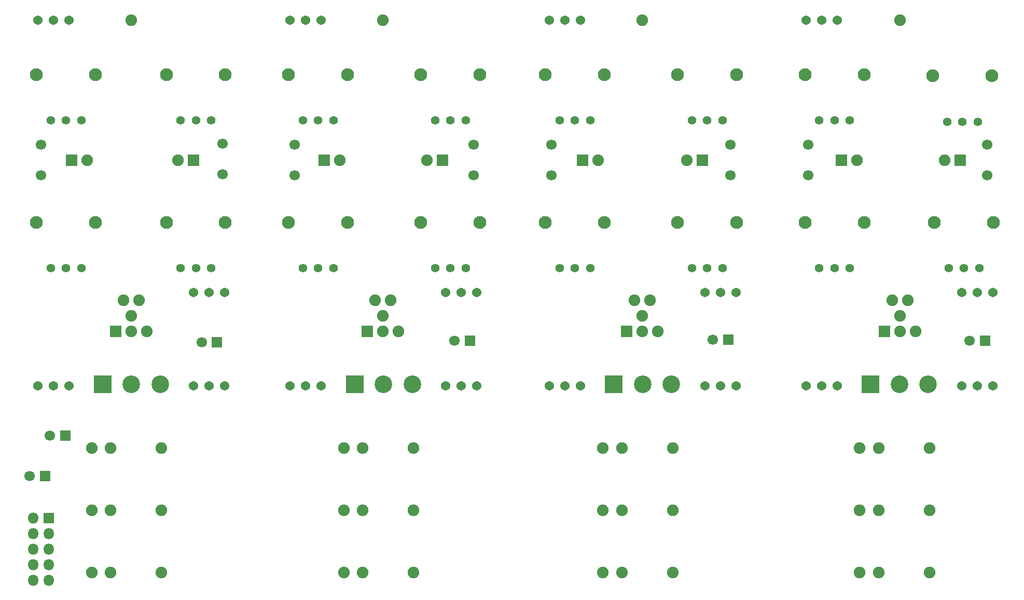
<source format=gts>
G04 #@! TF.GenerationSoftware,KiCad,Pcbnew,(5.1.6-0-10_14)*
G04 #@! TF.CreationDate,2022-03-15T09:33:00+00:00*
G04 #@! TF.ProjectId,Quad Tube VCA,51756164-2054-4756-9265-205643412e6b,rev?*
G04 #@! TF.SameCoordinates,Original*
G04 #@! TF.FileFunction,Soldermask,Top*
G04 #@! TF.FilePolarity,Negative*
%FSLAX46Y46*%
G04 Gerber Fmt 4.6, Leading zero omitted, Abs format (unit mm)*
G04 Created by KiCad (PCBNEW (5.1.6-0-10_14)) date 2022-03-15 09:33:00*
%MOMM*%
%LPD*%
G01*
G04 APERTURE LIST*
%ADD10C,2.875000*%
%ADD11R,2.875000X2.875000*%
%ADD12C,1.700000*%
%ADD13R,1.700000X1.700000*%
%ADD14C,1.900000*%
%ADD15R,1.900000X1.900000*%
%ADD16C,1.400000*%
%ADD17C,2.100000*%
%ADD18C,1.540000*%
%ADD19O,1.800000X1.800000*%
%ADD20R,1.800000X1.800000*%
G04 APERTURE END LIST*
D10*
X89790000Y-107702500D03*
X85090000Y-107702500D03*
D11*
X80390000Y-107702500D03*
D10*
X130938000Y-107702500D03*
X126238000Y-107702500D03*
D11*
X121538000Y-107702500D03*
D10*
X173229000Y-107702500D03*
X168529000Y-107702500D03*
D11*
X163829000Y-107702500D03*
D10*
X215139000Y-107702500D03*
X210439000Y-107702500D03*
D11*
X205739000Y-107702500D03*
D12*
X221909000Y-100584000D03*
D13*
X224409000Y-100584000D03*
D12*
X179999000Y-100457000D03*
D13*
X182499000Y-100457000D03*
D12*
X137835000Y-100584000D03*
D13*
X140335000Y-100584000D03*
D12*
X96560000Y-100838000D03*
D13*
X99060000Y-100838000D03*
D12*
X68493000Y-122682000D03*
D13*
X70993000Y-122682000D03*
D12*
X71795000Y-116078000D03*
D13*
X74295000Y-116078000D03*
D14*
X126153333Y-48260000D03*
X126153333Y-96520000D03*
X124883333Y-93980000D03*
X127423333Y-93980000D03*
X128693333Y-99060000D03*
X126153333Y-99060000D03*
D15*
X123613333Y-99060000D03*
D14*
X85090000Y-48260000D03*
X85090000Y-96520000D03*
X83820000Y-93980000D03*
X86360000Y-93980000D03*
X87630000Y-99060000D03*
X85090000Y-99060000D03*
D15*
X82550000Y-99060000D03*
D14*
X210550000Y-48260000D03*
X210550000Y-96520000D03*
X209280000Y-93980000D03*
X211820000Y-93980000D03*
X213090000Y-99060000D03*
X210550000Y-99060000D03*
D15*
X208010000Y-99060000D03*
D14*
X168486666Y-48260000D03*
X168486666Y-96520000D03*
X167216666Y-93980000D03*
X169756666Y-93980000D03*
X171026666Y-99060000D03*
X168486666Y-99060000D03*
D15*
X165946666Y-99060000D03*
D16*
X197380000Y-64650000D03*
X199880000Y-64650000D03*
X202380000Y-64650000D03*
D17*
X195080000Y-57150000D03*
X204680000Y-57150000D03*
D16*
X154980000Y-64650000D03*
X157480000Y-64650000D03*
X159980000Y-64650000D03*
D17*
X152680000Y-57150000D03*
X162280000Y-57150000D03*
D16*
X113070000Y-64650000D03*
X115570000Y-64650000D03*
X118070000Y-64650000D03*
D17*
X110770000Y-57150000D03*
X120370000Y-57150000D03*
D16*
X71922000Y-64650000D03*
X74422000Y-64650000D03*
X76922000Y-64650000D03*
D17*
X69622000Y-57150000D03*
X79222000Y-57150000D03*
D16*
X197380000Y-88780000D03*
X199880000Y-88780000D03*
X202380000Y-88780000D03*
D17*
X195080000Y-81280000D03*
X204680000Y-81280000D03*
D16*
X154980000Y-88780000D03*
X157480000Y-88780000D03*
X159980000Y-88780000D03*
D17*
X152680000Y-81280000D03*
X162280000Y-81280000D03*
D16*
X113070000Y-88780000D03*
X115570000Y-88780000D03*
X118070000Y-88780000D03*
D17*
X110770000Y-81280000D03*
X120370000Y-81280000D03*
D16*
X71922000Y-88780000D03*
X74422000Y-88780000D03*
X76922000Y-88780000D03*
D17*
X69622000Y-81280000D03*
X79222000Y-81280000D03*
D16*
X218226000Y-64840500D03*
X220726000Y-64840500D03*
X223226000Y-64840500D03*
D17*
X215926000Y-57340500D03*
X225526000Y-57340500D03*
D16*
X176570000Y-64650000D03*
X179070000Y-64650000D03*
X181570000Y-64650000D03*
D17*
X174270000Y-57150000D03*
X183870000Y-57150000D03*
D16*
X134660000Y-64650000D03*
X137160000Y-64650000D03*
X139660000Y-64650000D03*
D17*
X132360000Y-57150000D03*
X141960000Y-57150000D03*
D16*
X93131000Y-64650000D03*
X95631000Y-64650000D03*
X98131000Y-64650000D03*
D17*
X90831000Y-57150000D03*
X100431000Y-57150000D03*
D16*
X218480000Y-88780000D03*
X220980000Y-88780000D03*
X223480000Y-88780000D03*
D17*
X216180000Y-81280000D03*
X225780000Y-81280000D03*
D16*
X176570000Y-88780000D03*
X179070000Y-88780000D03*
X181570000Y-88780000D03*
D17*
X174270000Y-81280000D03*
X183870000Y-81280000D03*
D16*
X134660000Y-88780000D03*
X137160000Y-88780000D03*
X139660000Y-88780000D03*
D17*
X132360000Y-81280000D03*
X141960000Y-81280000D03*
D16*
X93131000Y-88780000D03*
X95631000Y-88780000D03*
X98131000Y-88780000D03*
D17*
X90831000Y-81280000D03*
X100431000Y-81280000D03*
D14*
X215389000Y-138430000D03*
X203989000Y-138430000D03*
X207089000Y-138430000D03*
X173449000Y-138430000D03*
X162049000Y-138430000D03*
X165149000Y-138430000D03*
X131158000Y-138430000D03*
X119758000Y-138430000D03*
X122858000Y-138430000D03*
X90010000Y-138430000D03*
X78610000Y-138430000D03*
X81710000Y-138430000D03*
X215389000Y-118110000D03*
X203989000Y-118110000D03*
X207089000Y-118110000D03*
X173449000Y-118110000D03*
X162049000Y-118110000D03*
X165149000Y-118110000D03*
X131158000Y-118110000D03*
X119758000Y-118110000D03*
X122858000Y-118110000D03*
X90010000Y-118110000D03*
X78610000Y-118110000D03*
X81710000Y-118110000D03*
X215389000Y-128270000D03*
X203989000Y-128270000D03*
X207089000Y-128270000D03*
X173449000Y-128270000D03*
X162049000Y-128270000D03*
X165149000Y-128270000D03*
X131158000Y-128270000D03*
X119758000Y-128270000D03*
X122858000Y-128270000D03*
X90010000Y-128270000D03*
X78610000Y-128270000D03*
X81710000Y-128270000D03*
D18*
X195199000Y-48260000D03*
X197739000Y-48260000D03*
X200279000Y-48260000D03*
X153289000Y-48260000D03*
X155829000Y-48260000D03*
X158369000Y-48260000D03*
X110998000Y-48260000D03*
X113538000Y-48260000D03*
X116078000Y-48260000D03*
X69850000Y-48260000D03*
X72390000Y-48260000D03*
X74930000Y-48260000D03*
X220599000Y-107950000D03*
X223139000Y-107950000D03*
X225679000Y-107950000D03*
X178689000Y-107950000D03*
X181229000Y-107950000D03*
X183769000Y-107950000D03*
X136398000Y-107950000D03*
X138938000Y-107950000D03*
X141478000Y-107950000D03*
X95250000Y-107950000D03*
X97790000Y-107950000D03*
X100330000Y-107950000D03*
X220599000Y-92710000D03*
X223139000Y-92710000D03*
X225679000Y-92710000D03*
X178689000Y-92710000D03*
X181229000Y-92710000D03*
X183769000Y-92710000D03*
X136398000Y-92710000D03*
X138938000Y-92710000D03*
X141478000Y-92710000D03*
X95250000Y-92710000D03*
X97790000Y-92710000D03*
X100330000Y-92710000D03*
X195199000Y-107950000D03*
X197739000Y-107950000D03*
X200279000Y-107950000D03*
X153289000Y-107950000D03*
X155829000Y-107950000D03*
X158369000Y-107950000D03*
X110998000Y-107950000D03*
X113538000Y-107950000D03*
X116078000Y-107950000D03*
X69850000Y-107950000D03*
X72390000Y-107950000D03*
X74930000Y-107950000D03*
D19*
X69088000Y-139700000D03*
X71628000Y-139700000D03*
X69088000Y-137160000D03*
X71628000Y-137160000D03*
X69088000Y-134620000D03*
X71628000Y-134620000D03*
X69088000Y-132080000D03*
X71628000Y-132080000D03*
X69088000Y-129540000D03*
D20*
X71628000Y-129540000D03*
D14*
X217805000Y-71120000D03*
D15*
X220345000Y-71120000D03*
D14*
X203536000Y-71120000D03*
D15*
X200996000Y-71120000D03*
D14*
X175768000Y-71120000D03*
D15*
X178308000Y-71120000D03*
D14*
X161290000Y-71120000D03*
D15*
X158750000Y-71120000D03*
D14*
X133350000Y-71120000D03*
D15*
X135890000Y-71120000D03*
D14*
X119126000Y-71120000D03*
D15*
X116586000Y-71120000D03*
D14*
X92710000Y-71120000D03*
D15*
X95250000Y-71120000D03*
D14*
X77851000Y-71120000D03*
D15*
X75311000Y-71120000D03*
D12*
X224790000Y-73580000D03*
X224790000Y-68580000D03*
X195580000Y-73580000D03*
X195580000Y-68580000D03*
X182880000Y-73580000D03*
X182880000Y-68580000D03*
X153670000Y-73580000D03*
X153670000Y-68580000D03*
X140970000Y-73580000D03*
X140970000Y-68580000D03*
X111760000Y-73580000D03*
X111760000Y-68580000D03*
X99949000Y-73453000D03*
X99949000Y-68453000D03*
X70358000Y-73580000D03*
X70358000Y-68580000D03*
M02*

</source>
